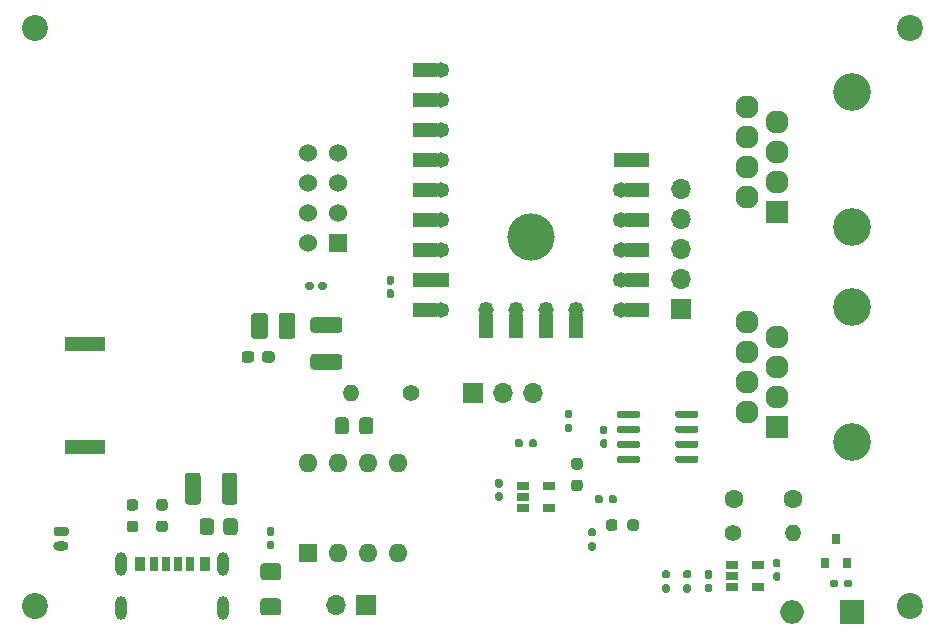
<source format=gbr>
%TF.GenerationSoftware,KiCad,Pcbnew,5.1.10-88a1d61d58~90~ubuntu21.04.1*%
%TF.CreationDate,2021-10-05T18:42:24+09:00*%
%TF.ProjectId,syncricket,73796e63-7269-4636-9b65-742e6b696361,rev?*%
%TF.SameCoordinates,Original*%
%TF.FileFunction,Soldermask,Top*%
%TF.FilePolarity,Negative*%
%FSLAX46Y46*%
G04 Gerber Fmt 4.6, Leading zero omitted, Abs format (unit mm)*
G04 Created by KiCad (PCBNEW 5.1.10-88a1d61d58~90~ubuntu21.04.1) date 2021-10-05 18:42:24*
%MOMM*%
%LPD*%
G01*
G04 APERTURE LIST*
%ADD10O,1.000000X2.000000*%
%ADD11R,0.900000X1.150000*%
%ADD12R,0.800000X1.150000*%
%ADD13R,0.700000X1.150000*%
%ADD14O,1.300000X0.800000*%
%ADD15R,1.060000X0.650000*%
%ADD16R,3.400000X1.300000*%
%ADD17C,2.200000*%
%ADD18O,2.000000X2.000000*%
%ADD19R,2.000000X2.000000*%
%ADD20O,1.400000X1.400000*%
%ADD21C,1.400000*%
%ADD22R,0.800000X0.900000*%
%ADD23O,1.700000X1.700000*%
%ADD24R,1.700000X1.700000*%
%ADD25C,1.600000*%
%ADD26R,1.960000X1.960000*%
%ADD27C,1.960000*%
%ADD28C,3.200000*%
%ADD29R,1.524000X1.524000*%
%ADD30C,1.524000*%
%ADD31R,1.300000X1.300000*%
%ADD32O,1.400000X1.300000*%
%ADD33R,1.400000X1.300000*%
%ADD34C,2.000000*%
%ADD35R,2.000000X1.200000*%
%ADD36R,1.200000X2.000000*%
%ADD37C,4.000000*%
%ADD38O,1.300000X1.400000*%
%ADD39R,1.600000X1.600000*%
%ADD40O,1.600000X1.600000*%
G04 APERTURE END LIST*
D10*
%TO.C,J4*%
X138890000Y27828500D03*
X130250000Y27828500D03*
X138890000Y31628500D03*
X130250000Y31628500D03*
D11*
X137320000Y31633500D03*
X131820000Y31633500D03*
D12*
X136090000Y31633500D03*
X133050000Y31633500D03*
D13*
X134070000Y31633500D03*
X135070000Y31633500D03*
%TD*%
%TO.C,C12*%
G36*
G01*
X142169000Y48892500D02*
X142169000Y49367500D01*
G75*
G02*
X142406500Y49605000I237500J0D01*
G01*
X143006500Y49605000D01*
G75*
G02*
X143244000Y49367500I0J-237500D01*
G01*
X143244000Y48892500D01*
G75*
G02*
X143006500Y48655000I-237500J0D01*
G01*
X142406500Y48655000D01*
G75*
G02*
X142169000Y48892500I0J237500D01*
G01*
G37*
G36*
G01*
X140444000Y48892500D02*
X140444000Y49367500D01*
G75*
G02*
X140681500Y49605000I237500J0D01*
G01*
X141281500Y49605000D01*
G75*
G02*
X141519000Y49367500I0J-237500D01*
G01*
X141519000Y48892500D01*
G75*
G02*
X141281500Y48655000I-237500J0D01*
G01*
X140681500Y48655000D01*
G75*
G02*
X140444000Y48892500I0J237500D01*
G01*
G37*
%TD*%
D14*
%TO.C,J6*%
X125191760Y33102280D03*
G36*
G01*
X124741760Y34752280D02*
X125641760Y34752280D01*
G75*
G02*
X125841760Y34552280I0J-200000D01*
G01*
X125841760Y34152280D01*
G75*
G02*
X125641760Y33952280I-200000J0D01*
G01*
X124741760Y33952280D01*
G75*
G02*
X124541760Y34152280I0J200000D01*
G01*
X124541760Y34552280D01*
G75*
G02*
X124741760Y34752280I200000J0D01*
G01*
G37*
%TD*%
%TO.C,L2*%
G36*
G01*
X143543420Y30226020D02*
X142293420Y30226020D01*
G75*
G02*
X142043420Y30476020I0J250000D01*
G01*
X142043420Y31401020D01*
G75*
G02*
X142293420Y31651020I250000J0D01*
G01*
X143543420Y31651020D01*
G75*
G02*
X143793420Y31401020I0J-250000D01*
G01*
X143793420Y30476020D01*
G75*
G02*
X143543420Y30226020I-250000J0D01*
G01*
G37*
G36*
G01*
X143543420Y27251020D02*
X142293420Y27251020D01*
G75*
G02*
X142043420Y27501020I0J250000D01*
G01*
X142043420Y28426020D01*
G75*
G02*
X142293420Y28676020I250000J0D01*
G01*
X143543420Y28676020D01*
G75*
G02*
X143793420Y28426020I0J-250000D01*
G01*
X143793420Y27501020D01*
G75*
G02*
X143543420Y27251020I-250000J0D01*
G01*
G37*
%TD*%
%TO.C,L1*%
G36*
G01*
X143576700Y50901280D02*
X143576700Y52601280D01*
G75*
G02*
X143826700Y52851280I250000J0D01*
G01*
X144751700Y52851280D01*
G75*
G02*
X145001700Y52601280I0J-250000D01*
G01*
X145001700Y50901280D01*
G75*
G02*
X144751700Y50651280I-250000J0D01*
G01*
X143826700Y50651280D01*
G75*
G02*
X143576700Y50901280I0J250000D01*
G01*
G37*
G36*
G01*
X141251700Y50901280D02*
X141251700Y52601280D01*
G75*
G02*
X141501700Y52851280I250000J0D01*
G01*
X142426700Y52851280D01*
G75*
G02*
X142676700Y52601280I0J-250000D01*
G01*
X142676700Y50901280D01*
G75*
G02*
X142426700Y50651280I-250000J0D01*
G01*
X141501700Y50651280D01*
G75*
G02*
X141251700Y50901280I0J250000D01*
G01*
G37*
%TD*%
%TO.C,C11*%
G36*
G01*
X152890400Y54843120D02*
X153200400Y54843120D01*
G75*
G02*
X153355400Y54688120I0J-155000D01*
G01*
X153355400Y54263120D01*
G75*
G02*
X153200400Y54108120I-155000J0D01*
G01*
X152890400Y54108120D01*
G75*
G02*
X152735400Y54263120I0J155000D01*
G01*
X152735400Y54688120D01*
G75*
G02*
X152890400Y54843120I155000J0D01*
G01*
G37*
G36*
G01*
X152890400Y55978120D02*
X153200400Y55978120D01*
G75*
G02*
X153355400Y55823120I0J-155000D01*
G01*
X153355400Y55398120D01*
G75*
G02*
X153200400Y55243120I-155000J0D01*
G01*
X152890400Y55243120D01*
G75*
G02*
X152735400Y55398120I0J155000D01*
G01*
X152735400Y55823120D01*
G75*
G02*
X152890400Y55978120I155000J0D01*
G01*
G37*
%TD*%
%TO.C,C3*%
G36*
G01*
X146530118Y49370460D02*
X148730122Y49370460D01*
G75*
G02*
X148980120Y49120462I0J-249998D01*
G01*
X148980120Y48295458D01*
G75*
G02*
X148730122Y48045460I-249998J0D01*
G01*
X146530118Y48045460D01*
G75*
G02*
X146280120Y48295458I0J249998D01*
G01*
X146280120Y49120462D01*
G75*
G02*
X146530118Y49370460I249998J0D01*
G01*
G37*
G36*
G01*
X146530118Y52495460D02*
X148730122Y52495460D01*
G75*
G02*
X148980120Y52245462I0J-249998D01*
G01*
X148980120Y51420458D01*
G75*
G02*
X148730122Y51170460I-249998J0D01*
G01*
X146530118Y51170460D01*
G75*
G02*
X146280120Y51420458I0J249998D01*
G01*
X146280120Y52245462D01*
G75*
G02*
X146530118Y52495460I249998J0D01*
G01*
G37*
%TD*%
%TO.C,R6*%
G36*
G01*
X164280520Y41979880D02*
X164280520Y41659880D01*
G75*
G02*
X164120520Y41499880I-160000J0D01*
G01*
X163725520Y41499880D01*
G75*
G02*
X163565520Y41659880I0J160000D01*
G01*
X163565520Y41979880D01*
G75*
G02*
X163725520Y42139880I160000J0D01*
G01*
X164120520Y42139880D01*
G75*
G02*
X164280520Y41979880I0J-160000D01*
G01*
G37*
G36*
G01*
X165475520Y41979880D02*
X165475520Y41659880D01*
G75*
G02*
X165315520Y41499880I-160000J0D01*
G01*
X164920520Y41499880D01*
G75*
G02*
X164760520Y41659880I0J160000D01*
G01*
X164760520Y41979880D01*
G75*
G02*
X164920520Y42139880I160000J0D01*
G01*
X165315520Y42139880D01*
G75*
G02*
X165475520Y41979880I0J-160000D01*
G01*
G37*
%TD*%
D15*
%TO.C,U6*%
X166515200Y38233440D03*
X166515200Y36333440D03*
X164315200Y36333440D03*
X164315200Y37283440D03*
X164315200Y38233440D03*
%TD*%
%TO.C,R13*%
G36*
G01*
X168604160Y38735500D02*
X169079160Y38735500D01*
G75*
G02*
X169316660Y38498000I0J-237500D01*
G01*
X169316660Y37998000D01*
G75*
G02*
X169079160Y37760500I-237500J0D01*
G01*
X168604160Y37760500D01*
G75*
G02*
X168366660Y37998000I0J237500D01*
G01*
X168366660Y38498000D01*
G75*
G02*
X168604160Y38735500I237500J0D01*
G01*
G37*
G36*
G01*
X168604160Y40560500D02*
X169079160Y40560500D01*
G75*
G02*
X169316660Y40323000I0J-237500D01*
G01*
X169316660Y39823000D01*
G75*
G02*
X169079160Y39585500I-237500J0D01*
G01*
X168604160Y39585500D01*
G75*
G02*
X168366660Y39823000I0J237500D01*
G01*
X168366660Y40323000D01*
G75*
G02*
X168604160Y40560500I237500J0D01*
G01*
G37*
%TD*%
%TO.C,R12*%
G36*
G01*
X172269840Y35128260D02*
X172269840Y34653260D01*
G75*
G02*
X172032340Y34415760I-237500J0D01*
G01*
X171532340Y34415760D01*
G75*
G02*
X171294840Y34653260I0J237500D01*
G01*
X171294840Y35128260D01*
G75*
G02*
X171532340Y35365760I237500J0D01*
G01*
X172032340Y35365760D01*
G75*
G02*
X172269840Y35128260I0J-237500D01*
G01*
G37*
G36*
G01*
X174094840Y35128260D02*
X174094840Y34653260D01*
G75*
G02*
X173857340Y34415760I-237500J0D01*
G01*
X173357340Y34415760D01*
G75*
G02*
X173119840Y34653260I0J237500D01*
G01*
X173119840Y35128260D01*
G75*
G02*
X173357340Y35365760I237500J0D01*
G01*
X173857340Y35365760D01*
G75*
G02*
X174094840Y35128260I0J-237500D01*
G01*
G37*
%TD*%
%TO.C,R11*%
G36*
G01*
X171525140Y36925320D02*
X171525140Y37245320D01*
G75*
G02*
X171685140Y37405320I160000J0D01*
G01*
X172080140Y37405320D01*
G75*
G02*
X172240140Y37245320I0J-160000D01*
G01*
X172240140Y36925320D01*
G75*
G02*
X172080140Y36765320I-160000J0D01*
G01*
X171685140Y36765320D01*
G75*
G02*
X171525140Y36925320I0J160000D01*
G01*
G37*
G36*
G01*
X170330140Y36925320D02*
X170330140Y37245320D01*
G75*
G02*
X170490140Y37405320I160000J0D01*
G01*
X170885140Y37405320D01*
G75*
G02*
X171045140Y37245320I0J-160000D01*
G01*
X171045140Y36925320D01*
G75*
G02*
X170885140Y36765320I-160000J0D01*
G01*
X170490140Y36765320D01*
G75*
G02*
X170330140Y36925320I0J160000D01*
G01*
G37*
%TD*%
%TO.C,R10*%
G36*
G01*
X169944040Y33444260D02*
X170264040Y33444260D01*
G75*
G02*
X170424040Y33284260I0J-160000D01*
G01*
X170424040Y32889260D01*
G75*
G02*
X170264040Y32729260I-160000J0D01*
G01*
X169944040Y32729260D01*
G75*
G02*
X169784040Y32889260I0J160000D01*
G01*
X169784040Y33284260D01*
G75*
G02*
X169944040Y33444260I160000J0D01*
G01*
G37*
G36*
G01*
X169944040Y34639260D02*
X170264040Y34639260D01*
G75*
G02*
X170424040Y34479260I0J-160000D01*
G01*
X170424040Y34084260D01*
G75*
G02*
X170264040Y33924260I-160000J0D01*
G01*
X169944040Y33924260D01*
G75*
G02*
X169784040Y34084260I0J160000D01*
G01*
X169784040Y34479260D01*
G75*
G02*
X169944040Y34639260I160000J0D01*
G01*
G37*
%TD*%
%TO.C,C9*%
G36*
G01*
X162080120Y37670180D02*
X162390120Y37670180D01*
G75*
G02*
X162545120Y37515180I0J-155000D01*
G01*
X162545120Y37090180D01*
G75*
G02*
X162390120Y36935180I-155000J0D01*
G01*
X162080120Y36935180D01*
G75*
G02*
X161925120Y37090180I0J155000D01*
G01*
X161925120Y37515180D01*
G75*
G02*
X162080120Y37670180I155000J0D01*
G01*
G37*
G36*
G01*
X162080120Y38805180D02*
X162390120Y38805180D01*
G75*
G02*
X162545120Y38650180I0J-155000D01*
G01*
X162545120Y38225180D01*
G75*
G02*
X162390120Y38070180I-155000J0D01*
G01*
X162080120Y38070180D01*
G75*
G02*
X161925120Y38225180I0J155000D01*
G01*
X161925120Y38650180D01*
G75*
G02*
X162080120Y38805180I155000J0D01*
G01*
G37*
%TD*%
%TO.C,U2*%
G36*
G01*
X177181880Y44126060D02*
X177181880Y44426060D01*
G75*
G02*
X177331880Y44576060I150000J0D01*
G01*
X178981880Y44576060D01*
G75*
G02*
X179131880Y44426060I0J-150000D01*
G01*
X179131880Y44126060D01*
G75*
G02*
X178981880Y43976060I-150000J0D01*
G01*
X177331880Y43976060D01*
G75*
G02*
X177181880Y44126060I0J150000D01*
G01*
G37*
G36*
G01*
X177181880Y42856060D02*
X177181880Y43156060D01*
G75*
G02*
X177331880Y43306060I150000J0D01*
G01*
X178981880Y43306060D01*
G75*
G02*
X179131880Y43156060I0J-150000D01*
G01*
X179131880Y42856060D01*
G75*
G02*
X178981880Y42706060I-150000J0D01*
G01*
X177331880Y42706060D01*
G75*
G02*
X177181880Y42856060I0J150000D01*
G01*
G37*
G36*
G01*
X177181880Y41586060D02*
X177181880Y41886060D01*
G75*
G02*
X177331880Y42036060I150000J0D01*
G01*
X178981880Y42036060D01*
G75*
G02*
X179131880Y41886060I0J-150000D01*
G01*
X179131880Y41586060D01*
G75*
G02*
X178981880Y41436060I-150000J0D01*
G01*
X177331880Y41436060D01*
G75*
G02*
X177181880Y41586060I0J150000D01*
G01*
G37*
G36*
G01*
X177181880Y40316060D02*
X177181880Y40616060D01*
G75*
G02*
X177331880Y40766060I150000J0D01*
G01*
X178981880Y40766060D01*
G75*
G02*
X179131880Y40616060I0J-150000D01*
G01*
X179131880Y40316060D01*
G75*
G02*
X178981880Y40166060I-150000J0D01*
G01*
X177331880Y40166060D01*
G75*
G02*
X177181880Y40316060I0J150000D01*
G01*
G37*
G36*
G01*
X172231880Y40316060D02*
X172231880Y40616060D01*
G75*
G02*
X172381880Y40766060I150000J0D01*
G01*
X174031880Y40766060D01*
G75*
G02*
X174181880Y40616060I0J-150000D01*
G01*
X174181880Y40316060D01*
G75*
G02*
X174031880Y40166060I-150000J0D01*
G01*
X172381880Y40166060D01*
G75*
G02*
X172231880Y40316060I0J150000D01*
G01*
G37*
G36*
G01*
X172231880Y41586060D02*
X172231880Y41886060D01*
G75*
G02*
X172381880Y42036060I150000J0D01*
G01*
X174031880Y42036060D01*
G75*
G02*
X174181880Y41886060I0J-150000D01*
G01*
X174181880Y41586060D01*
G75*
G02*
X174031880Y41436060I-150000J0D01*
G01*
X172381880Y41436060D01*
G75*
G02*
X172231880Y41586060I0J150000D01*
G01*
G37*
G36*
G01*
X172231880Y42856060D02*
X172231880Y43156060D01*
G75*
G02*
X172381880Y43306060I150000J0D01*
G01*
X174031880Y43306060D01*
G75*
G02*
X174181880Y43156060I0J-150000D01*
G01*
X174181880Y42856060D01*
G75*
G02*
X174031880Y42706060I-150000J0D01*
G01*
X172381880Y42706060D01*
G75*
G02*
X172231880Y42856060I0J150000D01*
G01*
G37*
G36*
G01*
X172231880Y44126060D02*
X172231880Y44426060D01*
G75*
G02*
X172381880Y44576060I150000J0D01*
G01*
X174031880Y44576060D01*
G75*
G02*
X174181880Y44426060I0J-150000D01*
G01*
X174181880Y44126060D01*
G75*
G02*
X174031880Y43976060I-150000J0D01*
G01*
X172381880Y43976060D01*
G75*
G02*
X172231880Y44126060I0J150000D01*
G01*
G37*
%TD*%
%TO.C,R1*%
G36*
G01*
X168305700Y43949640D02*
X167985700Y43949640D01*
G75*
G02*
X167825700Y44109640I0J160000D01*
G01*
X167825700Y44504640D01*
G75*
G02*
X167985700Y44664640I160000J0D01*
G01*
X168305700Y44664640D01*
G75*
G02*
X168465700Y44504640I0J-160000D01*
G01*
X168465700Y44109640D01*
G75*
G02*
X168305700Y43949640I-160000J0D01*
G01*
G37*
G36*
G01*
X168305700Y42754640D02*
X167985700Y42754640D01*
G75*
G02*
X167825700Y42914640I0J160000D01*
G01*
X167825700Y43309640D01*
G75*
G02*
X167985700Y43469640I160000J0D01*
G01*
X168305700Y43469640D01*
G75*
G02*
X168465700Y43309640I0J-160000D01*
G01*
X168465700Y42914640D01*
G75*
G02*
X168305700Y42754640I-160000J0D01*
G01*
G37*
%TD*%
D16*
%TO.C,LS1*%
X127183120Y41500860D03*
X127183120Y50200860D03*
%TD*%
%TO.C,C5*%
G36*
G01*
X149522000Y43763000D02*
X149522000Y42813000D01*
G75*
G02*
X149272000Y42563000I-250000J0D01*
G01*
X148597000Y42563000D01*
G75*
G02*
X148347000Y42813000I0J250000D01*
G01*
X148347000Y43763000D01*
G75*
G02*
X148597000Y44013000I250000J0D01*
G01*
X149272000Y44013000D01*
G75*
G02*
X149522000Y43763000I0J-250000D01*
G01*
G37*
G36*
G01*
X151597000Y43763000D02*
X151597000Y42813000D01*
G75*
G02*
X151347000Y42563000I-250000J0D01*
G01*
X150672000Y42563000D01*
G75*
G02*
X150422000Y42813000I0J250000D01*
G01*
X150422000Y43763000D01*
G75*
G02*
X150672000Y44013000I250000J0D01*
G01*
X151347000Y44013000D01*
G75*
G02*
X151597000Y43763000I0J-250000D01*
G01*
G37*
%TD*%
D17*
%TO.C,REF\u002A\u002A*%
X123000000Y77000000D03*
%TD*%
%TO.C,REF\u002A\u002A*%
X123000000Y28000000D03*
%TD*%
%TO.C,REF\u002A\u002A*%
X197000000Y28000000D03*
%TD*%
%TO.C,REF\u002A\u002A*%
X197000000Y77000000D03*
%TD*%
%TO.C,C10*%
G36*
G01*
X185610680Y30906160D02*
X185920680Y30906160D01*
G75*
G02*
X186075680Y30751160I0J-155000D01*
G01*
X186075680Y30326160D01*
G75*
G02*
X185920680Y30171160I-155000J0D01*
G01*
X185610680Y30171160D01*
G75*
G02*
X185455680Y30326160I0J155000D01*
G01*
X185455680Y30751160D01*
G75*
G02*
X185610680Y30906160I155000J0D01*
G01*
G37*
G36*
G01*
X185610680Y32041160D02*
X185920680Y32041160D01*
G75*
G02*
X186075680Y31886160I0J-155000D01*
G01*
X186075680Y31461160D01*
G75*
G02*
X185920680Y31306160I-155000J0D01*
G01*
X185610680Y31306160D01*
G75*
G02*
X185455680Y31461160I0J155000D01*
G01*
X185455680Y31886160D01*
G75*
G02*
X185610680Y32041160I155000J0D01*
G01*
G37*
%TD*%
D18*
%TO.C,D1*%
X187036000Y27534900D03*
D19*
X192116000Y27534900D03*
%TD*%
D15*
%TO.C,U5*%
X184173000Y31544300D03*
X184173000Y29644300D03*
X181973000Y29644300D03*
X181973000Y30594300D03*
X181973000Y31544300D03*
%TD*%
D20*
%TO.C,R9*%
X187164000Y34196500D03*
D21*
X182084000Y34196500D03*
%TD*%
%TO.C,R8*%
G36*
G01*
X178016000Y29889500D02*
X178336000Y29889500D01*
G75*
G02*
X178496000Y29729500I0J-160000D01*
G01*
X178496000Y29334500D01*
G75*
G02*
X178336000Y29174500I-160000J0D01*
G01*
X178016000Y29174500D01*
G75*
G02*
X177856000Y29334500I0J160000D01*
G01*
X177856000Y29729500D01*
G75*
G02*
X178016000Y29889500I160000J0D01*
G01*
G37*
G36*
G01*
X178016000Y31084500D02*
X178336000Y31084500D01*
G75*
G02*
X178496000Y30924500I0J-160000D01*
G01*
X178496000Y30529500D01*
G75*
G02*
X178336000Y30369500I-160000J0D01*
G01*
X178016000Y30369500D01*
G75*
G02*
X177856000Y30529500I0J160000D01*
G01*
X177856000Y30924500D01*
G75*
G02*
X178016000Y31084500I160000J0D01*
G01*
G37*
%TD*%
%TO.C,R7*%
G36*
G01*
X176553000Y30369500D02*
X176233000Y30369500D01*
G75*
G02*
X176073000Y30529500I0J160000D01*
G01*
X176073000Y30924500D01*
G75*
G02*
X176233000Y31084500I160000J0D01*
G01*
X176553000Y31084500D01*
G75*
G02*
X176713000Y30924500I0J-160000D01*
G01*
X176713000Y30529500D01*
G75*
G02*
X176553000Y30369500I-160000J0D01*
G01*
G37*
G36*
G01*
X176553000Y29174500D02*
X176233000Y29174500D01*
G75*
G02*
X176073000Y29334500I0J160000D01*
G01*
X176073000Y29729500D01*
G75*
G02*
X176233000Y29889500I160000J0D01*
G01*
X176553000Y29889500D01*
G75*
G02*
X176713000Y29729500I0J-160000D01*
G01*
X176713000Y29334500D01*
G75*
G02*
X176553000Y29174500I-160000J0D01*
G01*
G37*
%TD*%
%TO.C,R5*%
G36*
G01*
X190963000Y30120600D02*
X190963000Y29800600D01*
G75*
G02*
X190803000Y29640600I-160000J0D01*
G01*
X190408000Y29640600D01*
G75*
G02*
X190248000Y29800600I0J160000D01*
G01*
X190248000Y30120600D01*
G75*
G02*
X190408000Y30280600I160000J0D01*
G01*
X190803000Y30280600D01*
G75*
G02*
X190963000Y30120600I0J-160000D01*
G01*
G37*
G36*
G01*
X192158000Y30120600D02*
X192158000Y29800600D01*
G75*
G02*
X191998000Y29640600I-160000J0D01*
G01*
X191603000Y29640600D01*
G75*
G02*
X191443000Y29800600I0J160000D01*
G01*
X191443000Y30120600D01*
G75*
G02*
X191603000Y30280600I160000J0D01*
G01*
X191998000Y30280600D01*
G75*
G02*
X192158000Y30120600I0J-160000D01*
G01*
G37*
%TD*%
D22*
%TO.C,Q1*%
X190759000Y33703800D03*
X191709000Y31703800D03*
X189809000Y31703800D03*
%TD*%
D23*
%TO.C,JP2*%
X165115000Y46108700D03*
X162575000Y46108700D03*
D24*
X160035000Y46108700D03*
%TD*%
%TO.C,F1*%
G36*
G01*
X138105000Y35208001D02*
X138105000Y34307999D01*
G75*
G02*
X137855001Y34058000I-249999J0D01*
G01*
X137154999Y34058000D01*
G75*
G02*
X136905000Y34307999I0J249999D01*
G01*
X136905000Y35208001D01*
G75*
G02*
X137154999Y35458000I249999J0D01*
G01*
X137855001Y35458000D01*
G75*
G02*
X138105000Y35208001I0J-249999D01*
G01*
G37*
G36*
G01*
X140105000Y35208001D02*
X140105000Y34307999D01*
G75*
G02*
X139855001Y34058000I-249999J0D01*
G01*
X139154999Y34058000D01*
G75*
G02*
X138905000Y34307999I0J249999D01*
G01*
X138905000Y35208001D01*
G75*
G02*
X139154999Y35458000I249999J0D01*
G01*
X139855001Y35458000D01*
G75*
G02*
X140105000Y35208001I0J-249999D01*
G01*
G37*
%TD*%
D25*
%TO.C,C8*%
X187100000Y37101800D03*
X182100000Y37101800D03*
%TD*%
%TO.C,C7*%
G36*
G01*
X179819000Y29937100D02*
X180129000Y29937100D01*
G75*
G02*
X180284000Y29782100I0J-155000D01*
G01*
X180284000Y29357100D01*
G75*
G02*
X180129000Y29202100I-155000J0D01*
G01*
X179819000Y29202100D01*
G75*
G02*
X179664000Y29357100I0J155000D01*
G01*
X179664000Y29782100D01*
G75*
G02*
X179819000Y29937100I155000J0D01*
G01*
G37*
G36*
G01*
X179819000Y31072100D02*
X180129000Y31072100D01*
G75*
G02*
X180284000Y30917100I0J-155000D01*
G01*
X180284000Y30492100D01*
G75*
G02*
X180129000Y30337100I-155000J0D01*
G01*
X179819000Y30337100D01*
G75*
G02*
X179664000Y30492100I0J155000D01*
G01*
X179664000Y30917100D01*
G75*
G02*
X179819000Y31072100I155000J0D01*
G01*
G37*
%TD*%
%TO.C,C1*%
G36*
G01*
X145807000Y54975000D02*
X145807000Y55285000D01*
G75*
G02*
X145962000Y55440000I155000J0D01*
G01*
X146387000Y55440000D01*
G75*
G02*
X146542000Y55285000I0J-155000D01*
G01*
X146542000Y54975000D01*
G75*
G02*
X146387000Y54820000I-155000J0D01*
G01*
X145962000Y54820000D01*
G75*
G02*
X145807000Y54975000I0J155000D01*
G01*
G37*
G36*
G01*
X146942000Y54975000D02*
X146942000Y55285000D01*
G75*
G02*
X147097000Y55440000I155000J0D01*
G01*
X147522000Y55440000D01*
G75*
G02*
X147677000Y55285000I0J-155000D01*
G01*
X147677000Y54975000D01*
G75*
G02*
X147522000Y54820000I-155000J0D01*
G01*
X147097000Y54820000D01*
G75*
G02*
X146942000Y54975000I0J155000D01*
G01*
G37*
%TD*%
%TO.C,C2*%
G36*
G01*
X170957420Y43306060D02*
X171267420Y43306060D01*
G75*
G02*
X171422420Y43151060I0J-155000D01*
G01*
X171422420Y42726060D01*
G75*
G02*
X171267420Y42571060I-155000J0D01*
G01*
X170957420Y42571060D01*
G75*
G02*
X170802420Y42726060I0J155000D01*
G01*
X170802420Y43151060D01*
G75*
G02*
X170957420Y43306060I155000J0D01*
G01*
G37*
G36*
G01*
X170957420Y42171060D02*
X171267420Y42171060D01*
G75*
G02*
X171422420Y42016060I0J-155000D01*
G01*
X171422420Y41591060D01*
G75*
G02*
X171267420Y41436060I-155000J0D01*
G01*
X170957420Y41436060D01*
G75*
G02*
X170802420Y41591060I0J155000D01*
G01*
X170802420Y42016060D01*
G75*
G02*
X170957420Y42171060I155000J0D01*
G01*
G37*
%TD*%
%TO.C,C6*%
G36*
G01*
X142743000Y33575700D02*
X143053000Y33575700D01*
G75*
G02*
X143208000Y33420700I0J-155000D01*
G01*
X143208000Y32995700D01*
G75*
G02*
X143053000Y32840700I-155000J0D01*
G01*
X142743000Y32840700D01*
G75*
G02*
X142588000Y32995700I0J155000D01*
G01*
X142588000Y33420700D01*
G75*
G02*
X142743000Y33575700I155000J0D01*
G01*
G37*
G36*
G01*
X142743000Y34710700D02*
X143053000Y34710700D01*
G75*
G02*
X143208000Y34555700I0J-155000D01*
G01*
X143208000Y34130700D01*
G75*
G02*
X143053000Y33975700I-155000J0D01*
G01*
X142743000Y33975700D01*
G75*
G02*
X142588000Y34130700I0J155000D01*
G01*
X142588000Y34555700D01*
G75*
G02*
X142743000Y34710700I155000J0D01*
G01*
G37*
%TD*%
D26*
%TO.C,J1*%
X185793000Y43199000D03*
D27*
X183253000Y44469000D03*
X185793000Y45739000D03*
X183253000Y47009000D03*
X185793000Y48279000D03*
X183253000Y49549000D03*
X185793000Y50819000D03*
X183253000Y52089000D03*
D28*
X192143000Y41929000D03*
X192143000Y53359000D03*
%TD*%
%TO.C,J2*%
X192106000Y71553100D03*
X192106000Y60123100D03*
D27*
X183216000Y70283100D03*
X185756000Y69013100D03*
X183216000Y67743100D03*
X185756000Y66473100D03*
X183216000Y65203100D03*
X185756000Y63933100D03*
X183216000Y62663100D03*
D26*
X185756000Y61393100D03*
%TD*%
D24*
%TO.C,J3*%
X177659000Y53195000D03*
D23*
X177659000Y55735000D03*
X177659000Y58275000D03*
X177659000Y60815000D03*
X177659000Y63355000D03*
%TD*%
D21*
%TO.C,R2*%
X154798000Y46082000D03*
D20*
X149718000Y46082000D03*
%TD*%
%TO.C,R3*%
G36*
G01*
X130963500Y37089500D02*
X131438500Y37089500D01*
G75*
G02*
X131676000Y36852000I0J-237500D01*
G01*
X131676000Y36352000D01*
G75*
G02*
X131438500Y36114500I-237500J0D01*
G01*
X130963500Y36114500D01*
G75*
G02*
X130726000Y36352000I0J237500D01*
G01*
X130726000Y36852000D01*
G75*
G02*
X130963500Y37089500I237500J0D01*
G01*
G37*
G36*
G01*
X130963500Y35264500D02*
X131438500Y35264500D01*
G75*
G02*
X131676000Y35027000I0J-237500D01*
G01*
X131676000Y34527000D01*
G75*
G02*
X131438500Y34289500I-237500J0D01*
G01*
X130963500Y34289500D01*
G75*
G02*
X130726000Y34527000I0J237500D01*
G01*
X130726000Y35027000D01*
G75*
G02*
X130963500Y35264500I237500J0D01*
G01*
G37*
%TD*%
%TO.C,R4*%
G36*
G01*
X133473500Y35264500D02*
X133948500Y35264500D01*
G75*
G02*
X134186000Y35027000I0J-237500D01*
G01*
X134186000Y34527000D01*
G75*
G02*
X133948500Y34289500I-237500J0D01*
G01*
X133473500Y34289500D01*
G75*
G02*
X133236000Y34527000I0J237500D01*
G01*
X133236000Y35027000D01*
G75*
G02*
X133473500Y35264500I237500J0D01*
G01*
G37*
G36*
G01*
X133473500Y37089500D02*
X133948500Y37089500D01*
G75*
G02*
X134186000Y36852000I0J-237500D01*
G01*
X134186000Y36352000D01*
G75*
G02*
X133948500Y36114500I-237500J0D01*
G01*
X133473500Y36114500D01*
G75*
G02*
X133236000Y36352000I0J237500D01*
G01*
X133236000Y36852000D01*
G75*
G02*
X133473500Y37089500I237500J0D01*
G01*
G37*
%TD*%
D29*
%TO.C,U1*%
X148630000Y58810000D03*
D30*
X146090000Y58810000D03*
X148630000Y61350000D03*
X146090000Y61350000D03*
X148630000Y63890000D03*
X146090000Y63890000D03*
X148630000Y66430000D03*
X146090000Y66430000D03*
%TD*%
D31*
%TO.C,U3*%
X172579180Y65830740D03*
D32*
X157339180Y73450740D03*
X172579180Y63290740D03*
X172579180Y60750740D03*
X172579180Y58210740D03*
X172579180Y55670740D03*
X172579180Y53130740D03*
X157339180Y53130740D03*
D33*
X157339180Y55670740D03*
D32*
X157339180Y58210740D03*
X157339180Y60750740D03*
X157339180Y63290740D03*
X157339180Y65830740D03*
X157339180Y68370740D03*
X157339180Y70910740D03*
D34*
X164959180Y59290740D03*
D35*
X173959180Y65830740D03*
X173959180Y63290740D03*
X173959180Y60750740D03*
X173959180Y58210740D03*
X173959180Y55670740D03*
X173959180Y53130740D03*
D36*
X168769180Y51750740D03*
X166229180Y51750740D03*
X163689180Y51750740D03*
X161149180Y51750740D03*
D35*
X155959180Y53130740D03*
X155959180Y55670740D03*
X155959180Y58210740D03*
X155959180Y60750740D03*
X155959180Y63290740D03*
X155959180Y65830740D03*
X155959180Y73450740D03*
X155959180Y70910740D03*
X155959180Y68370740D03*
D37*
X164959180Y59290740D03*
D38*
X161148240Y53130740D03*
X163690780Y53130740D03*
X166230780Y53130740D03*
X168770780Y53130740D03*
%TD*%
D39*
%TO.C,U4*%
X146051000Y32541800D03*
D40*
X153671000Y40161800D03*
X148591000Y32541800D03*
X151131000Y40161800D03*
X151131000Y32541800D03*
X148591000Y40161800D03*
X153671000Y32541800D03*
X146051000Y40161800D03*
%TD*%
%TO.C,C4*%
G36*
G01*
X135647000Y36878498D02*
X135647000Y39078502D01*
G75*
G02*
X135896998Y39328500I249998J0D01*
G01*
X136722002Y39328500D01*
G75*
G02*
X136972000Y39078502I0J-249998D01*
G01*
X136972000Y36878498D01*
G75*
G02*
X136722002Y36628500I-249998J0D01*
G01*
X135896998Y36628500D01*
G75*
G02*
X135647000Y36878498I0J249998D01*
G01*
G37*
G36*
G01*
X138772000Y36878498D02*
X138772000Y39078502D01*
G75*
G02*
X139021998Y39328500I249998J0D01*
G01*
X139847002Y39328500D01*
G75*
G02*
X140097000Y39078502I0J-249998D01*
G01*
X140097000Y36878498D01*
G75*
G02*
X139847002Y36628500I-249998J0D01*
G01*
X139021998Y36628500D01*
G75*
G02*
X138772000Y36878498I0J249998D01*
G01*
G37*
%TD*%
D24*
%TO.C,J5*%
X150956000Y28151500D03*
D23*
X148416000Y28151500D03*
%TD*%
M02*

</source>
